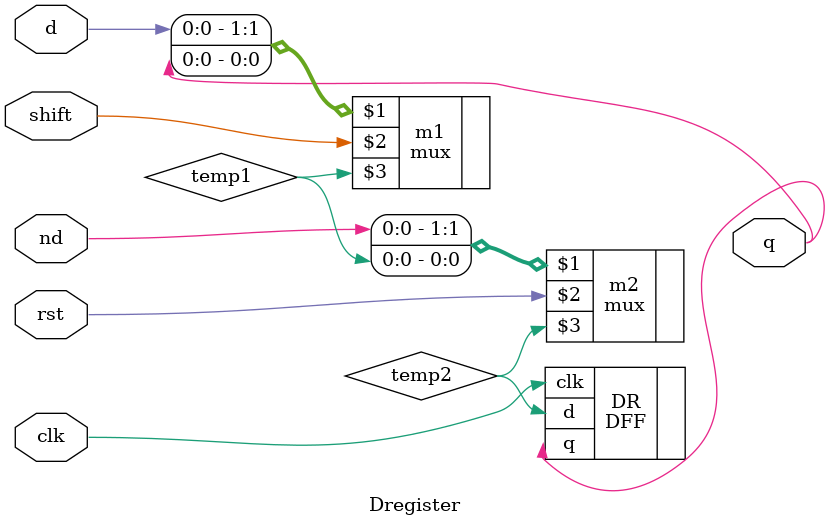
<source format=v>
`timescale 1ns / 1ps


module Dregister(
input     d,
input     nd,
input     shift,
input     rst,
input     clk,
output    q
    );
    wire temp1,temp2;
    mux m1({d,q},shift,temp1);
    mux m2({nd,temp1},rst,temp2);
    DFF DR(.d(temp2),.q(q), .clk(clk));
endmodule

</source>
